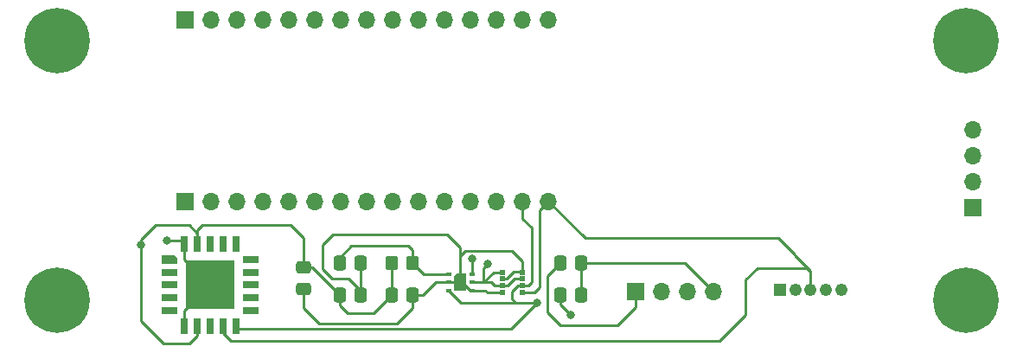
<source format=gtl>
G04 #@! TF.GenerationSoftware,KiCad,Pcbnew,(6.0.9)*
G04 #@! TF.CreationDate,2023-02-20T10:38:45+01:00*
G04 #@! TF.ProjectId,sensorboard,73656e73-6f72-4626-9f61-72642e6b6963,rev?*
G04 #@! TF.SameCoordinates,Original*
G04 #@! TF.FileFunction,Copper,L1,Top*
G04 #@! TF.FilePolarity,Positive*
%FSLAX46Y46*%
G04 Gerber Fmt 4.6, Leading zero omitted, Abs format (unit mm)*
G04 Created by KiCad (PCBNEW (6.0.9)) date 2023-02-20 10:38:45*
%MOMM*%
%LPD*%
G01*
G04 APERTURE LIST*
G04 Aperture macros list*
%AMRoundRect*
0 Rectangle with rounded corners*
0 $1 Rounding radius*
0 $2 $3 $4 $5 $6 $7 $8 $9 X,Y pos of 4 corners*
0 Add a 4 corners polygon primitive as box body*
4,1,4,$2,$3,$4,$5,$6,$7,$8,$9,$2,$3,0*
0 Add four circle primitives for the rounded corners*
1,1,$1+$1,$2,$3*
1,1,$1+$1,$4,$5*
1,1,$1+$1,$6,$7*
1,1,$1+$1,$8,$9*
0 Add four rect primitives between the rounded corners*
20,1,$1+$1,$2,$3,$4,$5,0*
20,1,$1+$1,$4,$5,$6,$7,0*
20,1,$1+$1,$6,$7,$8,$9,0*
20,1,$1+$1,$8,$9,$2,$3,0*%
%AMFreePoly0*
4,1,14,0.503536,0.403536,0.753536,0.153536,0.755000,0.150000,0.755000,-0.400000,0.753536,-0.403536,0.750000,-0.405000,-0.750000,-0.405000,-0.753536,-0.403536,-0.755000,-0.400000,-0.755000,0.400000,-0.753536,0.403536,-0.750000,0.405000,0.500000,0.405001,0.503536,0.403536,0.503536,0.403536,$1*%
%AMFreePoly1*
4,1,15,-0.324998,0.855000,0.625000,0.855000,0.628536,0.853536,0.630000,0.850000,0.630000,-0.850000,0.628536,-0.853536,0.625000,-0.855000,-0.625000,-0.855000,-0.628536,-0.853536,-0.630000,-0.850000,-0.630001,0.550000,-0.628536,0.553536,-0.328536,0.853536,-0.325000,0.855001,-0.324998,0.855000,-0.324998,0.855000,$1*%
G04 Aperture macros list end*
G04 #@! TA.AperFunction,SMDPad,CuDef*
%ADD10RoundRect,0.250000X-0.350000X-0.450000X0.350000X-0.450000X0.350000X0.450000X-0.350000X0.450000X0*%
G04 #@! TD*
G04 #@! TA.AperFunction,ComponentPad*
%ADD11R,1.700000X1.700000*%
G04 #@! TD*
G04 #@! TA.AperFunction,ComponentPad*
%ADD12O,1.700000X1.700000*%
G04 #@! TD*
G04 #@! TA.AperFunction,SMDPad,CuDef*
%ADD13FreePoly0,0.000000*%
G04 #@! TD*
G04 #@! TA.AperFunction,SMDPad,CuDef*
%ADD14R,1.500000X0.800000*%
G04 #@! TD*
G04 #@! TA.AperFunction,SMDPad,CuDef*
%ADD15R,0.800000X1.500000*%
G04 #@! TD*
G04 #@! TA.AperFunction,SMDPad,CuDef*
%ADD16R,4.800000X4.800000*%
G04 #@! TD*
G04 #@! TA.AperFunction,ComponentPad*
%ADD17C,0.800000*%
G04 #@! TD*
G04 #@! TA.AperFunction,ComponentPad*
%ADD18C,6.400000*%
G04 #@! TD*
G04 #@! TA.AperFunction,SMDPad,CuDef*
%ADD19RoundRect,0.250000X-0.337500X-0.475000X0.337500X-0.475000X0.337500X0.475000X-0.337500X0.475000X0*%
G04 #@! TD*
G04 #@! TA.AperFunction,SMDPad,CuDef*
%ADD20R,0.550000X0.400000*%
G04 #@! TD*
G04 #@! TA.AperFunction,SMDPad,CuDef*
%ADD21FreePoly1,0.000000*%
G04 #@! TD*
G04 #@! TA.AperFunction,SMDPad,CuDef*
%ADD22RoundRect,0.027000X-0.218000X-0.198000X0.218000X-0.198000X0.218000X0.198000X-0.218000X0.198000X0*%
G04 #@! TD*
G04 #@! TA.AperFunction,SMDPad,CuDef*
%ADD23RoundRect,0.250000X0.337500X0.475000X-0.337500X0.475000X-0.337500X-0.475000X0.337500X-0.475000X0*%
G04 #@! TD*
G04 #@! TA.AperFunction,SMDPad,CuDef*
%ADD24RoundRect,0.250000X-0.475000X0.337500X-0.475000X-0.337500X0.475000X-0.337500X0.475000X0.337500X0*%
G04 #@! TD*
G04 #@! TA.AperFunction,ComponentPad*
%ADD25R,1.238000X1.238000*%
G04 #@! TD*
G04 #@! TA.AperFunction,ComponentPad*
%ADD26C,1.238000*%
G04 #@! TD*
G04 #@! TA.AperFunction,ViaPad*
%ADD27C,0.800000*%
G04 #@! TD*
G04 #@! TA.AperFunction,Conductor*
%ADD28C,0.250000*%
G04 #@! TD*
G04 APERTURE END LIST*
D10*
X147590000Y-99441000D03*
X149590000Y-99441000D03*
D11*
X171460000Y-102235000D03*
D12*
X174000000Y-102235000D03*
X176540000Y-102235000D03*
X179080000Y-102235000D03*
D13*
X125794000Y-99100000D03*
D14*
X125794000Y-100350000D03*
X125794000Y-101600000D03*
X125794000Y-102850000D03*
X125794000Y-104100000D03*
D15*
X127294000Y-105600000D03*
X128544000Y-105600000D03*
X129794000Y-105600000D03*
X131044000Y-105600000D03*
X132294000Y-105600000D03*
D14*
X133794000Y-104100000D03*
X133794000Y-102850000D03*
X133794000Y-101600000D03*
X133794000Y-100350000D03*
X133794000Y-99100000D03*
D15*
X132294000Y-97600000D03*
X131044000Y-97600000D03*
X129794000Y-97600000D03*
X128544000Y-97600000D03*
X127294000Y-97600000D03*
D16*
X129794000Y-101600000D03*
D17*
X112408000Y-77724000D03*
X114808000Y-75324000D03*
X113110944Y-76026944D03*
X117208000Y-77724000D03*
X116505056Y-76026944D03*
X113110944Y-79421056D03*
X116505056Y-79421056D03*
X114808000Y-80124000D03*
D18*
X114808000Y-77724000D03*
D19*
X142472500Y-99441000D03*
X144547500Y-99441000D03*
X142472500Y-102616000D03*
X144547500Y-102616000D03*
D20*
X153155000Y-100546000D03*
X153155000Y-101346000D03*
X153155000Y-102146000D03*
X155455000Y-102146000D03*
X155455000Y-101346000D03*
X155455000Y-100546000D03*
D21*
X154305000Y-101346000D03*
D17*
X206235000Y-103124000D03*
X202137944Y-101426944D03*
X202137944Y-104821056D03*
X203835000Y-100724000D03*
D18*
X203835000Y-103124000D03*
D17*
X205532056Y-101426944D03*
X201435000Y-103124000D03*
X203835000Y-105524000D03*
X205532056Y-104821056D03*
D11*
X204470000Y-94010000D03*
D12*
X204470000Y-91470000D03*
X204470000Y-88930000D03*
X204470000Y-86390000D03*
D11*
X127361535Y-93449393D03*
D12*
X129901535Y-93449393D03*
X132441535Y-93449393D03*
X134981535Y-93449393D03*
X137521535Y-93449393D03*
X140061535Y-93449393D03*
X142601535Y-93449393D03*
X145141535Y-93449393D03*
X147681535Y-93449393D03*
X150221535Y-93449393D03*
X152761535Y-93449393D03*
X155301535Y-93449393D03*
X157841535Y-93449393D03*
X160381535Y-93449393D03*
X162921535Y-93449393D03*
X162921535Y-75669393D03*
X160381535Y-75669393D03*
X157841535Y-75669393D03*
X155301535Y-75669393D03*
X152761535Y-75669393D03*
X150221535Y-75669393D03*
X147681535Y-75669393D03*
X145141535Y-75669393D03*
X142601535Y-75669393D03*
X140061535Y-75669393D03*
X137521535Y-75669393D03*
X134981535Y-75669393D03*
X132441535Y-75669393D03*
X129901535Y-75669393D03*
D11*
X127361535Y-75669393D03*
D17*
X205532056Y-79421056D03*
X203835000Y-80124000D03*
X205532056Y-76026944D03*
D18*
X203835000Y-77724000D03*
D17*
X203835000Y-75324000D03*
X206235000Y-77724000D03*
X202137944Y-79421056D03*
X201435000Y-77724000D03*
X202137944Y-76026944D03*
X114808000Y-100724000D03*
X114808000Y-105524000D03*
X112408000Y-103124000D03*
D18*
X114808000Y-103124000D03*
D17*
X116505056Y-104821056D03*
X113110944Y-104821056D03*
X116505056Y-101426944D03*
X113110944Y-101426944D03*
X117208000Y-103124000D03*
D22*
X160355000Y-100371000D03*
X160355000Y-101021000D03*
X160355000Y-101671000D03*
X160355000Y-102321000D03*
X158415000Y-102321000D03*
X158415000Y-101671000D03*
X158415000Y-101021000D03*
X158415000Y-100371000D03*
D23*
X166137500Y-99441000D03*
X164062500Y-99441000D03*
D24*
X138938000Y-99916000D03*
X138938000Y-101991000D03*
D25*
X185595000Y-102108000D03*
D26*
X187095000Y-102108000D03*
X188595000Y-102108000D03*
X190095000Y-102108000D03*
X191595000Y-102108000D03*
D19*
X147552500Y-102616000D03*
X149627500Y-102616000D03*
X164062500Y-102616000D03*
X166137500Y-102616000D03*
D27*
X165100000Y-104521000D03*
X125603000Y-97282000D03*
X156972000Y-99568000D03*
X123063000Y-97663000D03*
X161798000Y-103378000D03*
X155448000Y-99060000D03*
D28*
X164062500Y-103483500D02*
X165100000Y-104521000D01*
X164062500Y-102616000D02*
X164062500Y-103483500D01*
X154305000Y-98806000D02*
X154305000Y-101346000D01*
X127294000Y-104100000D02*
X129794000Y-101600000D01*
X143383000Y-100965000D02*
X144547500Y-102129500D01*
X158374000Y-102362000D02*
X158415000Y-102321000D01*
X154432000Y-101346000D02*
X155194000Y-102108000D01*
X166137500Y-99441000D02*
X166137500Y-102616000D01*
X155455000Y-102146000D02*
X156756000Y-102146000D01*
X160355000Y-99268000D02*
X159385000Y-98298000D01*
X154305000Y-101346000D02*
X154305000Y-97917000D01*
X153155000Y-101346000D02*
X154305000Y-101346000D01*
X166137500Y-99441000D02*
X176286000Y-99441000D01*
X148082000Y-105410000D02*
X149627500Y-103864500D01*
X159385000Y-98298000D02*
X154813000Y-98298000D01*
X125603000Y-97282000D02*
X126976000Y-97282000D01*
X144547500Y-102616000D02*
X144547500Y-99441000D01*
X150622000Y-102616000D02*
X151892000Y-101346000D01*
X127294000Y-105600000D02*
X127294000Y-104100000D01*
X151892000Y-101346000D02*
X153155000Y-101346000D01*
X140843000Y-97663000D02*
X140843000Y-100076000D01*
X138938000Y-103886000D02*
X140462000Y-105410000D01*
X149627500Y-102616000D02*
X150622000Y-102616000D01*
X138938000Y-101991000D02*
X138938000Y-103886000D01*
X156756000Y-102146000D02*
X156972000Y-102362000D01*
X127294000Y-99100000D02*
X129794000Y-101600000D01*
X160355000Y-100371000D02*
X160355000Y-99268000D01*
X141732000Y-100965000D02*
X143383000Y-100965000D01*
X126976000Y-97282000D02*
X127294000Y-97600000D01*
X159512000Y-100330000D02*
X160314000Y-100330000D01*
X141859000Y-96647000D02*
X140843000Y-97663000D01*
X153035000Y-96647000D02*
X141859000Y-96647000D01*
X149627500Y-103864500D02*
X149627500Y-102616000D01*
X156972000Y-102362000D02*
X158374000Y-102362000D01*
X154305000Y-97917000D02*
X153035000Y-96647000D01*
X140843000Y-100076000D02*
X141732000Y-100965000D01*
X140462000Y-105410000D02*
X148082000Y-105410000D01*
X160314000Y-100330000D02*
X160355000Y-100371000D01*
X176286000Y-99441000D02*
X179080000Y-102235000D01*
X127294000Y-97600000D02*
X127294000Y-99100000D01*
X154813000Y-98298000D02*
X154305000Y-98806000D01*
X154305000Y-101346000D02*
X154432000Y-101346000D01*
X144547500Y-102129500D02*
X144547500Y-102616000D01*
X158415000Y-101021000D02*
X158821000Y-101021000D01*
X158821000Y-101021000D02*
X159512000Y-100330000D01*
X164062500Y-99441000D02*
X162814000Y-100689500D01*
X157353000Y-101346000D02*
X155455000Y-101346000D01*
X128544000Y-96540000D02*
X128544000Y-97600000D01*
X139772500Y-99916000D02*
X142472500Y-102616000D01*
X129032000Y-95758000D02*
X137668000Y-95758000D01*
X162814000Y-104267000D02*
X164084000Y-105537000D01*
X164084000Y-105537000D02*
X169672000Y-105537000D01*
X128544000Y-105600000D02*
X128544000Y-106533000D01*
X138938000Y-99916000D02*
X139772500Y-99916000D01*
X159583000Y-101021000D02*
X160355000Y-101021000D01*
X123063000Y-97155000D02*
X124460000Y-95758000D01*
X128544000Y-96246000D02*
X129032000Y-95758000D01*
X171460000Y-103749000D02*
X171460000Y-102235000D01*
X158415000Y-101671000D02*
X157678000Y-101671000D01*
X142472500Y-103610500D02*
X143256000Y-104394000D01*
X156972000Y-99568000D02*
X156591000Y-99949000D01*
X127762000Y-95758000D02*
X128544000Y-96540000D01*
X158933000Y-101671000D02*
X159583000Y-101021000D01*
X123063000Y-105156000D02*
X123063000Y-97663000D01*
X157678000Y-101671000D02*
X157353000Y-101346000D01*
X156591000Y-101346000D02*
X157566000Y-100371000D01*
X125222000Y-107315000D02*
X123063000Y-105156000D01*
X137668000Y-95758000D02*
X138938000Y-97028000D01*
X143256000Y-104394000D02*
X145774500Y-104394000D01*
X128544000Y-97600000D02*
X128544000Y-96246000D01*
X142472500Y-102616000D02*
X142472500Y-103610500D01*
X155455000Y-101346000D02*
X156591000Y-101346000D01*
X138938000Y-97028000D02*
X138938000Y-99916000D01*
X147552500Y-99478500D02*
X147590000Y-99441000D01*
X158415000Y-101671000D02*
X158933000Y-101671000D01*
X128544000Y-106533000D02*
X127762000Y-107315000D01*
X145774500Y-104394000D02*
X147552500Y-102616000D01*
X123063000Y-97663000D02*
X123063000Y-97155000D01*
X169672000Y-105537000D02*
X171460000Y-103749000D01*
X156591000Y-99949000D02*
X156591000Y-101346000D01*
X157566000Y-100371000D02*
X158415000Y-100371000D01*
X124460000Y-95758000D02*
X127762000Y-95758000D01*
X127762000Y-107315000D02*
X125222000Y-107315000D01*
X147552500Y-102616000D02*
X147552500Y-99478500D01*
X162814000Y-100689500D02*
X162814000Y-104267000D01*
X161290000Y-96012000D02*
X160381535Y-95103535D01*
X159766000Y-103378000D02*
X159385000Y-102997000D01*
X160381535Y-95103535D02*
X160381535Y-93449393D01*
X159258000Y-105918000D02*
X161798000Y-103378000D01*
X161798000Y-103378000D02*
X159766000Y-103378000D01*
X159949000Y-101671000D02*
X160355000Y-101671000D01*
X132612000Y-105918000D02*
X159258000Y-105918000D01*
X161290000Y-101346000D02*
X161290000Y-96012000D01*
X160355000Y-101671000D02*
X160965000Y-101671000D01*
X159385000Y-102997000D02*
X159385000Y-102235000D01*
X159385000Y-102235000D02*
X159949000Y-101671000D01*
X160965000Y-101671000D02*
X161290000Y-101346000D01*
X132294000Y-105600000D02*
X132612000Y-105918000D01*
X154387000Y-103378000D02*
X161798000Y-103378000D01*
X153155000Y-102146000D02*
X154387000Y-103378000D01*
X182245000Y-104521000D02*
X182245000Y-101092000D01*
X179705000Y-107061000D02*
X182245000Y-104521000D01*
X182245000Y-101092000D02*
X183388000Y-99949000D01*
X187071000Y-98679000D02*
X188595000Y-100203000D01*
X188595000Y-100330000D02*
X188595000Y-102108000D01*
X162052000Y-94318928D02*
X162052000Y-101854000D01*
X131044000Y-106279000D02*
X131826000Y-107061000D01*
X131826000Y-107061000D02*
X179705000Y-107061000D01*
X162921535Y-93449393D02*
X162052000Y-94318928D01*
X185420000Y-97028000D02*
X187007500Y-98615500D01*
X166500142Y-97028000D02*
X185420000Y-97028000D01*
X187007500Y-98615500D02*
X187071000Y-98679000D01*
X188595000Y-100203000D02*
X188595000Y-102108000D01*
X161585000Y-102321000D02*
X160355000Y-102321000D01*
X183388000Y-99949000D02*
X188214000Y-99949000D01*
X131044000Y-105600000D02*
X131044000Y-106279000D01*
X188214000Y-99949000D02*
X188595000Y-100330000D01*
X155448000Y-100539000D02*
X155455000Y-100546000D01*
X162052000Y-101854000D02*
X161585000Y-102321000D01*
X155448000Y-99060000D02*
X155448000Y-100539000D01*
X162921535Y-93449393D02*
X166500142Y-97028000D01*
X142472500Y-99441000D02*
X142472500Y-98954500D01*
X149225000Y-97790000D02*
X149590000Y-98155000D01*
X142472500Y-98954500D02*
X143637000Y-97790000D01*
X149590000Y-99441000D02*
X150695000Y-100546000D01*
X150695000Y-100546000D02*
X153155000Y-100546000D01*
X143637000Y-97790000D02*
X149225000Y-97790000D01*
X149590000Y-98155000D02*
X149590000Y-99441000D01*
M02*

</source>
